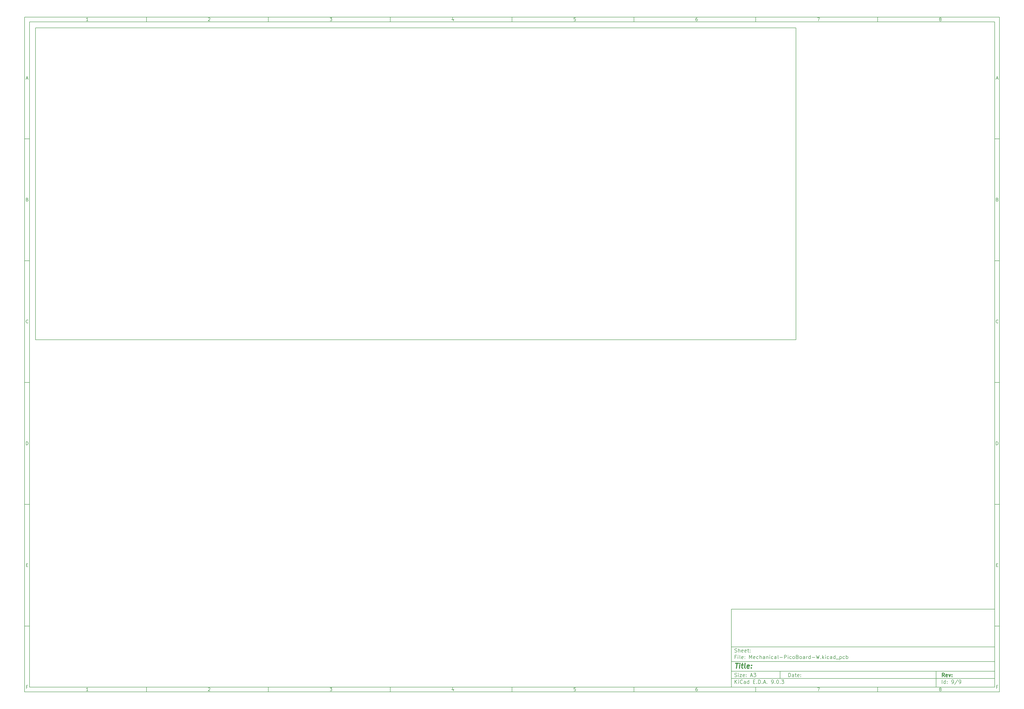
<source format=gm1>
%TF.GenerationSoftware,KiCad,Pcbnew,9.0.3*%
%TF.CreationDate,2025-07-17T14:52:48+05:30*%
%TF.ProjectId,Mechanical-PicoBoard-W,4d656368-616e-4696-9361-6c2d5069636f,rev?*%
%TF.SameCoordinates,Original*%
%TF.FileFunction,Profile,NP*%
%FSLAX46Y46*%
G04 Gerber Fmt 4.6, Leading zero omitted, Abs format (unit mm)*
G04 Created by KiCad (PCBNEW 9.0.3) date 2025-07-17 14:52:48*
%MOMM*%
%LPD*%
G01*
G04 APERTURE LIST*
%ADD10C,0.100000*%
%ADD11C,0.150000*%
%ADD12C,0.300000*%
%ADD13C,0.400000*%
%TA.AperFunction,Profile*%
%ADD14C,0.200000*%
%TD*%
G04 APERTURE END LIST*
D10*
D11*
X299989000Y-253002200D02*
X407989000Y-253002200D01*
X407989000Y-285002200D01*
X299989000Y-285002200D01*
X299989000Y-253002200D01*
D10*
D11*
X10000000Y-10000000D02*
X409989000Y-10000000D01*
X409989000Y-287002200D01*
X10000000Y-287002200D01*
X10000000Y-10000000D01*
D10*
D11*
X12000000Y-12000000D02*
X407989000Y-12000000D01*
X407989000Y-285002200D01*
X12000000Y-285002200D01*
X12000000Y-12000000D01*
D10*
D11*
X60000000Y-12000000D02*
X60000000Y-10000000D01*
D10*
D11*
X110000000Y-12000000D02*
X110000000Y-10000000D01*
D10*
D11*
X160000000Y-12000000D02*
X160000000Y-10000000D01*
D10*
D11*
X210000000Y-12000000D02*
X210000000Y-10000000D01*
D10*
D11*
X260000000Y-12000000D02*
X260000000Y-10000000D01*
D10*
D11*
X310000000Y-12000000D02*
X310000000Y-10000000D01*
D10*
D11*
X360000000Y-12000000D02*
X360000000Y-10000000D01*
D10*
D11*
X36089160Y-11593604D02*
X35346303Y-11593604D01*
X35717731Y-11593604D02*
X35717731Y-10293604D01*
X35717731Y-10293604D02*
X35593922Y-10479319D01*
X35593922Y-10479319D02*
X35470112Y-10603128D01*
X35470112Y-10603128D02*
X35346303Y-10665033D01*
D10*
D11*
X85346303Y-10417414D02*
X85408207Y-10355509D01*
X85408207Y-10355509D02*
X85532017Y-10293604D01*
X85532017Y-10293604D02*
X85841541Y-10293604D01*
X85841541Y-10293604D02*
X85965350Y-10355509D01*
X85965350Y-10355509D02*
X86027255Y-10417414D01*
X86027255Y-10417414D02*
X86089160Y-10541223D01*
X86089160Y-10541223D02*
X86089160Y-10665033D01*
X86089160Y-10665033D02*
X86027255Y-10850747D01*
X86027255Y-10850747D02*
X85284398Y-11593604D01*
X85284398Y-11593604D02*
X86089160Y-11593604D01*
D10*
D11*
X135284398Y-10293604D02*
X136089160Y-10293604D01*
X136089160Y-10293604D02*
X135655826Y-10788842D01*
X135655826Y-10788842D02*
X135841541Y-10788842D01*
X135841541Y-10788842D02*
X135965350Y-10850747D01*
X135965350Y-10850747D02*
X136027255Y-10912652D01*
X136027255Y-10912652D02*
X136089160Y-11036461D01*
X136089160Y-11036461D02*
X136089160Y-11345985D01*
X136089160Y-11345985D02*
X136027255Y-11469795D01*
X136027255Y-11469795D02*
X135965350Y-11531700D01*
X135965350Y-11531700D02*
X135841541Y-11593604D01*
X135841541Y-11593604D02*
X135470112Y-11593604D01*
X135470112Y-11593604D02*
X135346303Y-11531700D01*
X135346303Y-11531700D02*
X135284398Y-11469795D01*
D10*
D11*
X185965350Y-10726938D02*
X185965350Y-11593604D01*
X185655826Y-10231700D02*
X185346303Y-11160271D01*
X185346303Y-11160271D02*
X186151064Y-11160271D01*
D10*
D11*
X236027255Y-10293604D02*
X235408207Y-10293604D01*
X235408207Y-10293604D02*
X235346303Y-10912652D01*
X235346303Y-10912652D02*
X235408207Y-10850747D01*
X235408207Y-10850747D02*
X235532017Y-10788842D01*
X235532017Y-10788842D02*
X235841541Y-10788842D01*
X235841541Y-10788842D02*
X235965350Y-10850747D01*
X235965350Y-10850747D02*
X236027255Y-10912652D01*
X236027255Y-10912652D02*
X236089160Y-11036461D01*
X236089160Y-11036461D02*
X236089160Y-11345985D01*
X236089160Y-11345985D02*
X236027255Y-11469795D01*
X236027255Y-11469795D02*
X235965350Y-11531700D01*
X235965350Y-11531700D02*
X235841541Y-11593604D01*
X235841541Y-11593604D02*
X235532017Y-11593604D01*
X235532017Y-11593604D02*
X235408207Y-11531700D01*
X235408207Y-11531700D02*
X235346303Y-11469795D01*
D10*
D11*
X285965350Y-10293604D02*
X285717731Y-10293604D01*
X285717731Y-10293604D02*
X285593922Y-10355509D01*
X285593922Y-10355509D02*
X285532017Y-10417414D01*
X285532017Y-10417414D02*
X285408207Y-10603128D01*
X285408207Y-10603128D02*
X285346303Y-10850747D01*
X285346303Y-10850747D02*
X285346303Y-11345985D01*
X285346303Y-11345985D02*
X285408207Y-11469795D01*
X285408207Y-11469795D02*
X285470112Y-11531700D01*
X285470112Y-11531700D02*
X285593922Y-11593604D01*
X285593922Y-11593604D02*
X285841541Y-11593604D01*
X285841541Y-11593604D02*
X285965350Y-11531700D01*
X285965350Y-11531700D02*
X286027255Y-11469795D01*
X286027255Y-11469795D02*
X286089160Y-11345985D01*
X286089160Y-11345985D02*
X286089160Y-11036461D01*
X286089160Y-11036461D02*
X286027255Y-10912652D01*
X286027255Y-10912652D02*
X285965350Y-10850747D01*
X285965350Y-10850747D02*
X285841541Y-10788842D01*
X285841541Y-10788842D02*
X285593922Y-10788842D01*
X285593922Y-10788842D02*
X285470112Y-10850747D01*
X285470112Y-10850747D02*
X285408207Y-10912652D01*
X285408207Y-10912652D02*
X285346303Y-11036461D01*
D10*
D11*
X335284398Y-10293604D02*
X336151064Y-10293604D01*
X336151064Y-10293604D02*
X335593922Y-11593604D01*
D10*
D11*
X385593922Y-10850747D02*
X385470112Y-10788842D01*
X385470112Y-10788842D02*
X385408207Y-10726938D01*
X385408207Y-10726938D02*
X385346303Y-10603128D01*
X385346303Y-10603128D02*
X385346303Y-10541223D01*
X385346303Y-10541223D02*
X385408207Y-10417414D01*
X385408207Y-10417414D02*
X385470112Y-10355509D01*
X385470112Y-10355509D02*
X385593922Y-10293604D01*
X385593922Y-10293604D02*
X385841541Y-10293604D01*
X385841541Y-10293604D02*
X385965350Y-10355509D01*
X385965350Y-10355509D02*
X386027255Y-10417414D01*
X386027255Y-10417414D02*
X386089160Y-10541223D01*
X386089160Y-10541223D02*
X386089160Y-10603128D01*
X386089160Y-10603128D02*
X386027255Y-10726938D01*
X386027255Y-10726938D02*
X385965350Y-10788842D01*
X385965350Y-10788842D02*
X385841541Y-10850747D01*
X385841541Y-10850747D02*
X385593922Y-10850747D01*
X385593922Y-10850747D02*
X385470112Y-10912652D01*
X385470112Y-10912652D02*
X385408207Y-10974557D01*
X385408207Y-10974557D02*
X385346303Y-11098366D01*
X385346303Y-11098366D02*
X385346303Y-11345985D01*
X385346303Y-11345985D02*
X385408207Y-11469795D01*
X385408207Y-11469795D02*
X385470112Y-11531700D01*
X385470112Y-11531700D02*
X385593922Y-11593604D01*
X385593922Y-11593604D02*
X385841541Y-11593604D01*
X385841541Y-11593604D02*
X385965350Y-11531700D01*
X385965350Y-11531700D02*
X386027255Y-11469795D01*
X386027255Y-11469795D02*
X386089160Y-11345985D01*
X386089160Y-11345985D02*
X386089160Y-11098366D01*
X386089160Y-11098366D02*
X386027255Y-10974557D01*
X386027255Y-10974557D02*
X385965350Y-10912652D01*
X385965350Y-10912652D02*
X385841541Y-10850747D01*
D10*
D11*
X60000000Y-285002200D02*
X60000000Y-287002200D01*
D10*
D11*
X110000000Y-285002200D02*
X110000000Y-287002200D01*
D10*
D11*
X160000000Y-285002200D02*
X160000000Y-287002200D01*
D10*
D11*
X210000000Y-285002200D02*
X210000000Y-287002200D01*
D10*
D11*
X260000000Y-285002200D02*
X260000000Y-287002200D01*
D10*
D11*
X310000000Y-285002200D02*
X310000000Y-287002200D01*
D10*
D11*
X360000000Y-285002200D02*
X360000000Y-287002200D01*
D10*
D11*
X36089160Y-286595804D02*
X35346303Y-286595804D01*
X35717731Y-286595804D02*
X35717731Y-285295804D01*
X35717731Y-285295804D02*
X35593922Y-285481519D01*
X35593922Y-285481519D02*
X35470112Y-285605328D01*
X35470112Y-285605328D02*
X35346303Y-285667233D01*
D10*
D11*
X85346303Y-285419614D02*
X85408207Y-285357709D01*
X85408207Y-285357709D02*
X85532017Y-285295804D01*
X85532017Y-285295804D02*
X85841541Y-285295804D01*
X85841541Y-285295804D02*
X85965350Y-285357709D01*
X85965350Y-285357709D02*
X86027255Y-285419614D01*
X86027255Y-285419614D02*
X86089160Y-285543423D01*
X86089160Y-285543423D02*
X86089160Y-285667233D01*
X86089160Y-285667233D02*
X86027255Y-285852947D01*
X86027255Y-285852947D02*
X85284398Y-286595804D01*
X85284398Y-286595804D02*
X86089160Y-286595804D01*
D10*
D11*
X135284398Y-285295804D02*
X136089160Y-285295804D01*
X136089160Y-285295804D02*
X135655826Y-285791042D01*
X135655826Y-285791042D02*
X135841541Y-285791042D01*
X135841541Y-285791042D02*
X135965350Y-285852947D01*
X135965350Y-285852947D02*
X136027255Y-285914852D01*
X136027255Y-285914852D02*
X136089160Y-286038661D01*
X136089160Y-286038661D02*
X136089160Y-286348185D01*
X136089160Y-286348185D02*
X136027255Y-286471995D01*
X136027255Y-286471995D02*
X135965350Y-286533900D01*
X135965350Y-286533900D02*
X135841541Y-286595804D01*
X135841541Y-286595804D02*
X135470112Y-286595804D01*
X135470112Y-286595804D02*
X135346303Y-286533900D01*
X135346303Y-286533900D02*
X135284398Y-286471995D01*
D10*
D11*
X185965350Y-285729138D02*
X185965350Y-286595804D01*
X185655826Y-285233900D02*
X185346303Y-286162471D01*
X185346303Y-286162471D02*
X186151064Y-286162471D01*
D10*
D11*
X236027255Y-285295804D02*
X235408207Y-285295804D01*
X235408207Y-285295804D02*
X235346303Y-285914852D01*
X235346303Y-285914852D02*
X235408207Y-285852947D01*
X235408207Y-285852947D02*
X235532017Y-285791042D01*
X235532017Y-285791042D02*
X235841541Y-285791042D01*
X235841541Y-285791042D02*
X235965350Y-285852947D01*
X235965350Y-285852947D02*
X236027255Y-285914852D01*
X236027255Y-285914852D02*
X236089160Y-286038661D01*
X236089160Y-286038661D02*
X236089160Y-286348185D01*
X236089160Y-286348185D02*
X236027255Y-286471995D01*
X236027255Y-286471995D02*
X235965350Y-286533900D01*
X235965350Y-286533900D02*
X235841541Y-286595804D01*
X235841541Y-286595804D02*
X235532017Y-286595804D01*
X235532017Y-286595804D02*
X235408207Y-286533900D01*
X235408207Y-286533900D02*
X235346303Y-286471995D01*
D10*
D11*
X285965350Y-285295804D02*
X285717731Y-285295804D01*
X285717731Y-285295804D02*
X285593922Y-285357709D01*
X285593922Y-285357709D02*
X285532017Y-285419614D01*
X285532017Y-285419614D02*
X285408207Y-285605328D01*
X285408207Y-285605328D02*
X285346303Y-285852947D01*
X285346303Y-285852947D02*
X285346303Y-286348185D01*
X285346303Y-286348185D02*
X285408207Y-286471995D01*
X285408207Y-286471995D02*
X285470112Y-286533900D01*
X285470112Y-286533900D02*
X285593922Y-286595804D01*
X285593922Y-286595804D02*
X285841541Y-286595804D01*
X285841541Y-286595804D02*
X285965350Y-286533900D01*
X285965350Y-286533900D02*
X286027255Y-286471995D01*
X286027255Y-286471995D02*
X286089160Y-286348185D01*
X286089160Y-286348185D02*
X286089160Y-286038661D01*
X286089160Y-286038661D02*
X286027255Y-285914852D01*
X286027255Y-285914852D02*
X285965350Y-285852947D01*
X285965350Y-285852947D02*
X285841541Y-285791042D01*
X285841541Y-285791042D02*
X285593922Y-285791042D01*
X285593922Y-285791042D02*
X285470112Y-285852947D01*
X285470112Y-285852947D02*
X285408207Y-285914852D01*
X285408207Y-285914852D02*
X285346303Y-286038661D01*
D10*
D11*
X335284398Y-285295804D02*
X336151064Y-285295804D01*
X336151064Y-285295804D02*
X335593922Y-286595804D01*
D10*
D11*
X385593922Y-285852947D02*
X385470112Y-285791042D01*
X385470112Y-285791042D02*
X385408207Y-285729138D01*
X385408207Y-285729138D02*
X385346303Y-285605328D01*
X385346303Y-285605328D02*
X385346303Y-285543423D01*
X385346303Y-285543423D02*
X385408207Y-285419614D01*
X385408207Y-285419614D02*
X385470112Y-285357709D01*
X385470112Y-285357709D02*
X385593922Y-285295804D01*
X385593922Y-285295804D02*
X385841541Y-285295804D01*
X385841541Y-285295804D02*
X385965350Y-285357709D01*
X385965350Y-285357709D02*
X386027255Y-285419614D01*
X386027255Y-285419614D02*
X386089160Y-285543423D01*
X386089160Y-285543423D02*
X386089160Y-285605328D01*
X386089160Y-285605328D02*
X386027255Y-285729138D01*
X386027255Y-285729138D02*
X385965350Y-285791042D01*
X385965350Y-285791042D02*
X385841541Y-285852947D01*
X385841541Y-285852947D02*
X385593922Y-285852947D01*
X385593922Y-285852947D02*
X385470112Y-285914852D01*
X385470112Y-285914852D02*
X385408207Y-285976757D01*
X385408207Y-285976757D02*
X385346303Y-286100566D01*
X385346303Y-286100566D02*
X385346303Y-286348185D01*
X385346303Y-286348185D02*
X385408207Y-286471995D01*
X385408207Y-286471995D02*
X385470112Y-286533900D01*
X385470112Y-286533900D02*
X385593922Y-286595804D01*
X385593922Y-286595804D02*
X385841541Y-286595804D01*
X385841541Y-286595804D02*
X385965350Y-286533900D01*
X385965350Y-286533900D02*
X386027255Y-286471995D01*
X386027255Y-286471995D02*
X386089160Y-286348185D01*
X386089160Y-286348185D02*
X386089160Y-286100566D01*
X386089160Y-286100566D02*
X386027255Y-285976757D01*
X386027255Y-285976757D02*
X385965350Y-285914852D01*
X385965350Y-285914852D02*
X385841541Y-285852947D01*
D10*
D11*
X10000000Y-60000000D02*
X12000000Y-60000000D01*
D10*
D11*
X10000000Y-110000000D02*
X12000000Y-110000000D01*
D10*
D11*
X10000000Y-160000000D02*
X12000000Y-160000000D01*
D10*
D11*
X10000000Y-210000000D02*
X12000000Y-210000000D01*
D10*
D11*
X10000000Y-260000000D02*
X12000000Y-260000000D01*
D10*
D11*
X10690476Y-35222176D02*
X11309523Y-35222176D01*
X10566666Y-35593604D02*
X10999999Y-34293604D01*
X10999999Y-34293604D02*
X11433333Y-35593604D01*
D10*
D11*
X11092857Y-84912652D02*
X11278571Y-84974557D01*
X11278571Y-84974557D02*
X11340476Y-85036461D01*
X11340476Y-85036461D02*
X11402380Y-85160271D01*
X11402380Y-85160271D02*
X11402380Y-85345985D01*
X11402380Y-85345985D02*
X11340476Y-85469795D01*
X11340476Y-85469795D02*
X11278571Y-85531700D01*
X11278571Y-85531700D02*
X11154761Y-85593604D01*
X11154761Y-85593604D02*
X10659523Y-85593604D01*
X10659523Y-85593604D02*
X10659523Y-84293604D01*
X10659523Y-84293604D02*
X11092857Y-84293604D01*
X11092857Y-84293604D02*
X11216666Y-84355509D01*
X11216666Y-84355509D02*
X11278571Y-84417414D01*
X11278571Y-84417414D02*
X11340476Y-84541223D01*
X11340476Y-84541223D02*
X11340476Y-84665033D01*
X11340476Y-84665033D02*
X11278571Y-84788842D01*
X11278571Y-84788842D02*
X11216666Y-84850747D01*
X11216666Y-84850747D02*
X11092857Y-84912652D01*
X11092857Y-84912652D02*
X10659523Y-84912652D01*
D10*
D11*
X11402380Y-135469795D02*
X11340476Y-135531700D01*
X11340476Y-135531700D02*
X11154761Y-135593604D01*
X11154761Y-135593604D02*
X11030952Y-135593604D01*
X11030952Y-135593604D02*
X10845238Y-135531700D01*
X10845238Y-135531700D02*
X10721428Y-135407890D01*
X10721428Y-135407890D02*
X10659523Y-135284080D01*
X10659523Y-135284080D02*
X10597619Y-135036461D01*
X10597619Y-135036461D02*
X10597619Y-134850747D01*
X10597619Y-134850747D02*
X10659523Y-134603128D01*
X10659523Y-134603128D02*
X10721428Y-134479319D01*
X10721428Y-134479319D02*
X10845238Y-134355509D01*
X10845238Y-134355509D02*
X11030952Y-134293604D01*
X11030952Y-134293604D02*
X11154761Y-134293604D01*
X11154761Y-134293604D02*
X11340476Y-134355509D01*
X11340476Y-134355509D02*
X11402380Y-134417414D01*
D10*
D11*
X10659523Y-185593604D02*
X10659523Y-184293604D01*
X10659523Y-184293604D02*
X10969047Y-184293604D01*
X10969047Y-184293604D02*
X11154761Y-184355509D01*
X11154761Y-184355509D02*
X11278571Y-184479319D01*
X11278571Y-184479319D02*
X11340476Y-184603128D01*
X11340476Y-184603128D02*
X11402380Y-184850747D01*
X11402380Y-184850747D02*
X11402380Y-185036461D01*
X11402380Y-185036461D02*
X11340476Y-185284080D01*
X11340476Y-185284080D02*
X11278571Y-185407890D01*
X11278571Y-185407890D02*
X11154761Y-185531700D01*
X11154761Y-185531700D02*
X10969047Y-185593604D01*
X10969047Y-185593604D02*
X10659523Y-185593604D01*
D10*
D11*
X10721428Y-234912652D02*
X11154762Y-234912652D01*
X11340476Y-235593604D02*
X10721428Y-235593604D01*
X10721428Y-235593604D02*
X10721428Y-234293604D01*
X10721428Y-234293604D02*
X11340476Y-234293604D01*
D10*
D11*
X11185714Y-284912652D02*
X10752380Y-284912652D01*
X10752380Y-285593604D02*
X10752380Y-284293604D01*
X10752380Y-284293604D02*
X11371428Y-284293604D01*
D10*
D11*
X409989000Y-60000000D02*
X407989000Y-60000000D01*
D10*
D11*
X409989000Y-110000000D02*
X407989000Y-110000000D01*
D10*
D11*
X409989000Y-160000000D02*
X407989000Y-160000000D01*
D10*
D11*
X409989000Y-210000000D02*
X407989000Y-210000000D01*
D10*
D11*
X409989000Y-260000000D02*
X407989000Y-260000000D01*
D10*
D11*
X408679476Y-35222176D02*
X409298523Y-35222176D01*
X408555666Y-35593604D02*
X408988999Y-34293604D01*
X408988999Y-34293604D02*
X409422333Y-35593604D01*
D10*
D11*
X409081857Y-84912652D02*
X409267571Y-84974557D01*
X409267571Y-84974557D02*
X409329476Y-85036461D01*
X409329476Y-85036461D02*
X409391380Y-85160271D01*
X409391380Y-85160271D02*
X409391380Y-85345985D01*
X409391380Y-85345985D02*
X409329476Y-85469795D01*
X409329476Y-85469795D02*
X409267571Y-85531700D01*
X409267571Y-85531700D02*
X409143761Y-85593604D01*
X409143761Y-85593604D02*
X408648523Y-85593604D01*
X408648523Y-85593604D02*
X408648523Y-84293604D01*
X408648523Y-84293604D02*
X409081857Y-84293604D01*
X409081857Y-84293604D02*
X409205666Y-84355509D01*
X409205666Y-84355509D02*
X409267571Y-84417414D01*
X409267571Y-84417414D02*
X409329476Y-84541223D01*
X409329476Y-84541223D02*
X409329476Y-84665033D01*
X409329476Y-84665033D02*
X409267571Y-84788842D01*
X409267571Y-84788842D02*
X409205666Y-84850747D01*
X409205666Y-84850747D02*
X409081857Y-84912652D01*
X409081857Y-84912652D02*
X408648523Y-84912652D01*
D10*
D11*
X409391380Y-135469795D02*
X409329476Y-135531700D01*
X409329476Y-135531700D02*
X409143761Y-135593604D01*
X409143761Y-135593604D02*
X409019952Y-135593604D01*
X409019952Y-135593604D02*
X408834238Y-135531700D01*
X408834238Y-135531700D02*
X408710428Y-135407890D01*
X408710428Y-135407890D02*
X408648523Y-135284080D01*
X408648523Y-135284080D02*
X408586619Y-135036461D01*
X408586619Y-135036461D02*
X408586619Y-134850747D01*
X408586619Y-134850747D02*
X408648523Y-134603128D01*
X408648523Y-134603128D02*
X408710428Y-134479319D01*
X408710428Y-134479319D02*
X408834238Y-134355509D01*
X408834238Y-134355509D02*
X409019952Y-134293604D01*
X409019952Y-134293604D02*
X409143761Y-134293604D01*
X409143761Y-134293604D02*
X409329476Y-134355509D01*
X409329476Y-134355509D02*
X409391380Y-134417414D01*
D10*
D11*
X408648523Y-185593604D02*
X408648523Y-184293604D01*
X408648523Y-184293604D02*
X408958047Y-184293604D01*
X408958047Y-184293604D02*
X409143761Y-184355509D01*
X409143761Y-184355509D02*
X409267571Y-184479319D01*
X409267571Y-184479319D02*
X409329476Y-184603128D01*
X409329476Y-184603128D02*
X409391380Y-184850747D01*
X409391380Y-184850747D02*
X409391380Y-185036461D01*
X409391380Y-185036461D02*
X409329476Y-185284080D01*
X409329476Y-185284080D02*
X409267571Y-185407890D01*
X409267571Y-185407890D02*
X409143761Y-185531700D01*
X409143761Y-185531700D02*
X408958047Y-185593604D01*
X408958047Y-185593604D02*
X408648523Y-185593604D01*
D10*
D11*
X408710428Y-234912652D02*
X409143762Y-234912652D01*
X409329476Y-235593604D02*
X408710428Y-235593604D01*
X408710428Y-235593604D02*
X408710428Y-234293604D01*
X408710428Y-234293604D02*
X409329476Y-234293604D01*
D10*
D11*
X409174714Y-284912652D02*
X408741380Y-284912652D01*
X408741380Y-285593604D02*
X408741380Y-284293604D01*
X408741380Y-284293604D02*
X409360428Y-284293604D01*
D10*
D11*
X323444826Y-280788328D02*
X323444826Y-279288328D01*
X323444826Y-279288328D02*
X323801969Y-279288328D01*
X323801969Y-279288328D02*
X324016255Y-279359757D01*
X324016255Y-279359757D02*
X324159112Y-279502614D01*
X324159112Y-279502614D02*
X324230541Y-279645471D01*
X324230541Y-279645471D02*
X324301969Y-279931185D01*
X324301969Y-279931185D02*
X324301969Y-280145471D01*
X324301969Y-280145471D02*
X324230541Y-280431185D01*
X324230541Y-280431185D02*
X324159112Y-280574042D01*
X324159112Y-280574042D02*
X324016255Y-280716900D01*
X324016255Y-280716900D02*
X323801969Y-280788328D01*
X323801969Y-280788328D02*
X323444826Y-280788328D01*
X325587684Y-280788328D02*
X325587684Y-280002614D01*
X325587684Y-280002614D02*
X325516255Y-279859757D01*
X325516255Y-279859757D02*
X325373398Y-279788328D01*
X325373398Y-279788328D02*
X325087684Y-279788328D01*
X325087684Y-279788328D02*
X324944826Y-279859757D01*
X325587684Y-280716900D02*
X325444826Y-280788328D01*
X325444826Y-280788328D02*
X325087684Y-280788328D01*
X325087684Y-280788328D02*
X324944826Y-280716900D01*
X324944826Y-280716900D02*
X324873398Y-280574042D01*
X324873398Y-280574042D02*
X324873398Y-280431185D01*
X324873398Y-280431185D02*
X324944826Y-280288328D01*
X324944826Y-280288328D02*
X325087684Y-280216900D01*
X325087684Y-280216900D02*
X325444826Y-280216900D01*
X325444826Y-280216900D02*
X325587684Y-280145471D01*
X326087684Y-279788328D02*
X326659112Y-279788328D01*
X326301969Y-279288328D02*
X326301969Y-280574042D01*
X326301969Y-280574042D02*
X326373398Y-280716900D01*
X326373398Y-280716900D02*
X326516255Y-280788328D01*
X326516255Y-280788328D02*
X326659112Y-280788328D01*
X327730541Y-280716900D02*
X327587684Y-280788328D01*
X327587684Y-280788328D02*
X327301970Y-280788328D01*
X327301970Y-280788328D02*
X327159112Y-280716900D01*
X327159112Y-280716900D02*
X327087684Y-280574042D01*
X327087684Y-280574042D02*
X327087684Y-280002614D01*
X327087684Y-280002614D02*
X327159112Y-279859757D01*
X327159112Y-279859757D02*
X327301970Y-279788328D01*
X327301970Y-279788328D02*
X327587684Y-279788328D01*
X327587684Y-279788328D02*
X327730541Y-279859757D01*
X327730541Y-279859757D02*
X327801970Y-280002614D01*
X327801970Y-280002614D02*
X327801970Y-280145471D01*
X327801970Y-280145471D02*
X327087684Y-280288328D01*
X328444826Y-280645471D02*
X328516255Y-280716900D01*
X328516255Y-280716900D02*
X328444826Y-280788328D01*
X328444826Y-280788328D02*
X328373398Y-280716900D01*
X328373398Y-280716900D02*
X328444826Y-280645471D01*
X328444826Y-280645471D02*
X328444826Y-280788328D01*
X328444826Y-279859757D02*
X328516255Y-279931185D01*
X328516255Y-279931185D02*
X328444826Y-280002614D01*
X328444826Y-280002614D02*
X328373398Y-279931185D01*
X328373398Y-279931185D02*
X328444826Y-279859757D01*
X328444826Y-279859757D02*
X328444826Y-280002614D01*
D10*
D11*
X299989000Y-281502200D02*
X407989000Y-281502200D01*
D10*
D11*
X301444826Y-283588328D02*
X301444826Y-282088328D01*
X302301969Y-283588328D02*
X301659112Y-282731185D01*
X302301969Y-282088328D02*
X301444826Y-282945471D01*
X302944826Y-283588328D02*
X302944826Y-282588328D01*
X302944826Y-282088328D02*
X302873398Y-282159757D01*
X302873398Y-282159757D02*
X302944826Y-282231185D01*
X302944826Y-282231185D02*
X303016255Y-282159757D01*
X303016255Y-282159757D02*
X302944826Y-282088328D01*
X302944826Y-282088328D02*
X302944826Y-282231185D01*
X304516255Y-283445471D02*
X304444827Y-283516900D01*
X304444827Y-283516900D02*
X304230541Y-283588328D01*
X304230541Y-283588328D02*
X304087684Y-283588328D01*
X304087684Y-283588328D02*
X303873398Y-283516900D01*
X303873398Y-283516900D02*
X303730541Y-283374042D01*
X303730541Y-283374042D02*
X303659112Y-283231185D01*
X303659112Y-283231185D02*
X303587684Y-282945471D01*
X303587684Y-282945471D02*
X303587684Y-282731185D01*
X303587684Y-282731185D02*
X303659112Y-282445471D01*
X303659112Y-282445471D02*
X303730541Y-282302614D01*
X303730541Y-282302614D02*
X303873398Y-282159757D01*
X303873398Y-282159757D02*
X304087684Y-282088328D01*
X304087684Y-282088328D02*
X304230541Y-282088328D01*
X304230541Y-282088328D02*
X304444827Y-282159757D01*
X304444827Y-282159757D02*
X304516255Y-282231185D01*
X305801970Y-283588328D02*
X305801970Y-282802614D01*
X305801970Y-282802614D02*
X305730541Y-282659757D01*
X305730541Y-282659757D02*
X305587684Y-282588328D01*
X305587684Y-282588328D02*
X305301970Y-282588328D01*
X305301970Y-282588328D02*
X305159112Y-282659757D01*
X305801970Y-283516900D02*
X305659112Y-283588328D01*
X305659112Y-283588328D02*
X305301970Y-283588328D01*
X305301970Y-283588328D02*
X305159112Y-283516900D01*
X305159112Y-283516900D02*
X305087684Y-283374042D01*
X305087684Y-283374042D02*
X305087684Y-283231185D01*
X305087684Y-283231185D02*
X305159112Y-283088328D01*
X305159112Y-283088328D02*
X305301970Y-283016900D01*
X305301970Y-283016900D02*
X305659112Y-283016900D01*
X305659112Y-283016900D02*
X305801970Y-282945471D01*
X307159113Y-283588328D02*
X307159113Y-282088328D01*
X307159113Y-283516900D02*
X307016255Y-283588328D01*
X307016255Y-283588328D02*
X306730541Y-283588328D01*
X306730541Y-283588328D02*
X306587684Y-283516900D01*
X306587684Y-283516900D02*
X306516255Y-283445471D01*
X306516255Y-283445471D02*
X306444827Y-283302614D01*
X306444827Y-283302614D02*
X306444827Y-282874042D01*
X306444827Y-282874042D02*
X306516255Y-282731185D01*
X306516255Y-282731185D02*
X306587684Y-282659757D01*
X306587684Y-282659757D02*
X306730541Y-282588328D01*
X306730541Y-282588328D02*
X307016255Y-282588328D01*
X307016255Y-282588328D02*
X307159113Y-282659757D01*
X309016255Y-282802614D02*
X309516255Y-282802614D01*
X309730541Y-283588328D02*
X309016255Y-283588328D01*
X309016255Y-283588328D02*
X309016255Y-282088328D01*
X309016255Y-282088328D02*
X309730541Y-282088328D01*
X310373398Y-283445471D02*
X310444827Y-283516900D01*
X310444827Y-283516900D02*
X310373398Y-283588328D01*
X310373398Y-283588328D02*
X310301970Y-283516900D01*
X310301970Y-283516900D02*
X310373398Y-283445471D01*
X310373398Y-283445471D02*
X310373398Y-283588328D01*
X311087684Y-283588328D02*
X311087684Y-282088328D01*
X311087684Y-282088328D02*
X311444827Y-282088328D01*
X311444827Y-282088328D02*
X311659113Y-282159757D01*
X311659113Y-282159757D02*
X311801970Y-282302614D01*
X311801970Y-282302614D02*
X311873399Y-282445471D01*
X311873399Y-282445471D02*
X311944827Y-282731185D01*
X311944827Y-282731185D02*
X311944827Y-282945471D01*
X311944827Y-282945471D02*
X311873399Y-283231185D01*
X311873399Y-283231185D02*
X311801970Y-283374042D01*
X311801970Y-283374042D02*
X311659113Y-283516900D01*
X311659113Y-283516900D02*
X311444827Y-283588328D01*
X311444827Y-283588328D02*
X311087684Y-283588328D01*
X312587684Y-283445471D02*
X312659113Y-283516900D01*
X312659113Y-283516900D02*
X312587684Y-283588328D01*
X312587684Y-283588328D02*
X312516256Y-283516900D01*
X312516256Y-283516900D02*
X312587684Y-283445471D01*
X312587684Y-283445471D02*
X312587684Y-283588328D01*
X313230542Y-283159757D02*
X313944828Y-283159757D01*
X313087685Y-283588328D02*
X313587685Y-282088328D01*
X313587685Y-282088328D02*
X314087685Y-283588328D01*
X314587684Y-283445471D02*
X314659113Y-283516900D01*
X314659113Y-283516900D02*
X314587684Y-283588328D01*
X314587684Y-283588328D02*
X314516256Y-283516900D01*
X314516256Y-283516900D02*
X314587684Y-283445471D01*
X314587684Y-283445471D02*
X314587684Y-283588328D01*
X316516256Y-283588328D02*
X316801970Y-283588328D01*
X316801970Y-283588328D02*
X316944827Y-283516900D01*
X316944827Y-283516900D02*
X317016256Y-283445471D01*
X317016256Y-283445471D02*
X317159113Y-283231185D01*
X317159113Y-283231185D02*
X317230542Y-282945471D01*
X317230542Y-282945471D02*
X317230542Y-282374042D01*
X317230542Y-282374042D02*
X317159113Y-282231185D01*
X317159113Y-282231185D02*
X317087685Y-282159757D01*
X317087685Y-282159757D02*
X316944827Y-282088328D01*
X316944827Y-282088328D02*
X316659113Y-282088328D01*
X316659113Y-282088328D02*
X316516256Y-282159757D01*
X316516256Y-282159757D02*
X316444827Y-282231185D01*
X316444827Y-282231185D02*
X316373399Y-282374042D01*
X316373399Y-282374042D02*
X316373399Y-282731185D01*
X316373399Y-282731185D02*
X316444827Y-282874042D01*
X316444827Y-282874042D02*
X316516256Y-282945471D01*
X316516256Y-282945471D02*
X316659113Y-283016900D01*
X316659113Y-283016900D02*
X316944827Y-283016900D01*
X316944827Y-283016900D02*
X317087685Y-282945471D01*
X317087685Y-282945471D02*
X317159113Y-282874042D01*
X317159113Y-282874042D02*
X317230542Y-282731185D01*
X317873398Y-283445471D02*
X317944827Y-283516900D01*
X317944827Y-283516900D02*
X317873398Y-283588328D01*
X317873398Y-283588328D02*
X317801970Y-283516900D01*
X317801970Y-283516900D02*
X317873398Y-283445471D01*
X317873398Y-283445471D02*
X317873398Y-283588328D01*
X318873399Y-282088328D02*
X319016256Y-282088328D01*
X319016256Y-282088328D02*
X319159113Y-282159757D01*
X319159113Y-282159757D02*
X319230542Y-282231185D01*
X319230542Y-282231185D02*
X319301970Y-282374042D01*
X319301970Y-282374042D02*
X319373399Y-282659757D01*
X319373399Y-282659757D02*
X319373399Y-283016900D01*
X319373399Y-283016900D02*
X319301970Y-283302614D01*
X319301970Y-283302614D02*
X319230542Y-283445471D01*
X319230542Y-283445471D02*
X319159113Y-283516900D01*
X319159113Y-283516900D02*
X319016256Y-283588328D01*
X319016256Y-283588328D02*
X318873399Y-283588328D01*
X318873399Y-283588328D02*
X318730542Y-283516900D01*
X318730542Y-283516900D02*
X318659113Y-283445471D01*
X318659113Y-283445471D02*
X318587684Y-283302614D01*
X318587684Y-283302614D02*
X318516256Y-283016900D01*
X318516256Y-283016900D02*
X318516256Y-282659757D01*
X318516256Y-282659757D02*
X318587684Y-282374042D01*
X318587684Y-282374042D02*
X318659113Y-282231185D01*
X318659113Y-282231185D02*
X318730542Y-282159757D01*
X318730542Y-282159757D02*
X318873399Y-282088328D01*
X320016255Y-283445471D02*
X320087684Y-283516900D01*
X320087684Y-283516900D02*
X320016255Y-283588328D01*
X320016255Y-283588328D02*
X319944827Y-283516900D01*
X319944827Y-283516900D02*
X320016255Y-283445471D01*
X320016255Y-283445471D02*
X320016255Y-283588328D01*
X320587684Y-282088328D02*
X321516256Y-282088328D01*
X321516256Y-282088328D02*
X321016256Y-282659757D01*
X321016256Y-282659757D02*
X321230541Y-282659757D01*
X321230541Y-282659757D02*
X321373399Y-282731185D01*
X321373399Y-282731185D02*
X321444827Y-282802614D01*
X321444827Y-282802614D02*
X321516256Y-282945471D01*
X321516256Y-282945471D02*
X321516256Y-283302614D01*
X321516256Y-283302614D02*
X321444827Y-283445471D01*
X321444827Y-283445471D02*
X321373399Y-283516900D01*
X321373399Y-283516900D02*
X321230541Y-283588328D01*
X321230541Y-283588328D02*
X320801970Y-283588328D01*
X320801970Y-283588328D02*
X320659113Y-283516900D01*
X320659113Y-283516900D02*
X320587684Y-283445471D01*
D10*
D11*
X299989000Y-278502200D02*
X407989000Y-278502200D01*
D10*
D12*
X387400653Y-280780528D02*
X386900653Y-280066242D01*
X386543510Y-280780528D02*
X386543510Y-279280528D01*
X386543510Y-279280528D02*
X387114939Y-279280528D01*
X387114939Y-279280528D02*
X387257796Y-279351957D01*
X387257796Y-279351957D02*
X387329225Y-279423385D01*
X387329225Y-279423385D02*
X387400653Y-279566242D01*
X387400653Y-279566242D02*
X387400653Y-279780528D01*
X387400653Y-279780528D02*
X387329225Y-279923385D01*
X387329225Y-279923385D02*
X387257796Y-279994814D01*
X387257796Y-279994814D02*
X387114939Y-280066242D01*
X387114939Y-280066242D02*
X386543510Y-280066242D01*
X388614939Y-280709100D02*
X388472082Y-280780528D01*
X388472082Y-280780528D02*
X388186368Y-280780528D01*
X388186368Y-280780528D02*
X388043510Y-280709100D01*
X388043510Y-280709100D02*
X387972082Y-280566242D01*
X387972082Y-280566242D02*
X387972082Y-279994814D01*
X387972082Y-279994814D02*
X388043510Y-279851957D01*
X388043510Y-279851957D02*
X388186368Y-279780528D01*
X388186368Y-279780528D02*
X388472082Y-279780528D01*
X388472082Y-279780528D02*
X388614939Y-279851957D01*
X388614939Y-279851957D02*
X388686368Y-279994814D01*
X388686368Y-279994814D02*
X388686368Y-280137671D01*
X388686368Y-280137671D02*
X387972082Y-280280528D01*
X389186367Y-279780528D02*
X389543510Y-280780528D01*
X389543510Y-280780528D02*
X389900653Y-279780528D01*
X390472081Y-280637671D02*
X390543510Y-280709100D01*
X390543510Y-280709100D02*
X390472081Y-280780528D01*
X390472081Y-280780528D02*
X390400653Y-280709100D01*
X390400653Y-280709100D02*
X390472081Y-280637671D01*
X390472081Y-280637671D02*
X390472081Y-280780528D01*
X390472081Y-279851957D02*
X390543510Y-279923385D01*
X390543510Y-279923385D02*
X390472081Y-279994814D01*
X390472081Y-279994814D02*
X390400653Y-279923385D01*
X390400653Y-279923385D02*
X390472081Y-279851957D01*
X390472081Y-279851957D02*
X390472081Y-279994814D01*
D10*
D11*
X301373398Y-280716900D02*
X301587684Y-280788328D01*
X301587684Y-280788328D02*
X301944826Y-280788328D01*
X301944826Y-280788328D02*
X302087684Y-280716900D01*
X302087684Y-280716900D02*
X302159112Y-280645471D01*
X302159112Y-280645471D02*
X302230541Y-280502614D01*
X302230541Y-280502614D02*
X302230541Y-280359757D01*
X302230541Y-280359757D02*
X302159112Y-280216900D01*
X302159112Y-280216900D02*
X302087684Y-280145471D01*
X302087684Y-280145471D02*
X301944826Y-280074042D01*
X301944826Y-280074042D02*
X301659112Y-280002614D01*
X301659112Y-280002614D02*
X301516255Y-279931185D01*
X301516255Y-279931185D02*
X301444826Y-279859757D01*
X301444826Y-279859757D02*
X301373398Y-279716900D01*
X301373398Y-279716900D02*
X301373398Y-279574042D01*
X301373398Y-279574042D02*
X301444826Y-279431185D01*
X301444826Y-279431185D02*
X301516255Y-279359757D01*
X301516255Y-279359757D02*
X301659112Y-279288328D01*
X301659112Y-279288328D02*
X302016255Y-279288328D01*
X302016255Y-279288328D02*
X302230541Y-279359757D01*
X302873397Y-280788328D02*
X302873397Y-279788328D01*
X302873397Y-279288328D02*
X302801969Y-279359757D01*
X302801969Y-279359757D02*
X302873397Y-279431185D01*
X302873397Y-279431185D02*
X302944826Y-279359757D01*
X302944826Y-279359757D02*
X302873397Y-279288328D01*
X302873397Y-279288328D02*
X302873397Y-279431185D01*
X303444826Y-279788328D02*
X304230541Y-279788328D01*
X304230541Y-279788328D02*
X303444826Y-280788328D01*
X303444826Y-280788328D02*
X304230541Y-280788328D01*
X305373398Y-280716900D02*
X305230541Y-280788328D01*
X305230541Y-280788328D02*
X304944827Y-280788328D01*
X304944827Y-280788328D02*
X304801969Y-280716900D01*
X304801969Y-280716900D02*
X304730541Y-280574042D01*
X304730541Y-280574042D02*
X304730541Y-280002614D01*
X304730541Y-280002614D02*
X304801969Y-279859757D01*
X304801969Y-279859757D02*
X304944827Y-279788328D01*
X304944827Y-279788328D02*
X305230541Y-279788328D01*
X305230541Y-279788328D02*
X305373398Y-279859757D01*
X305373398Y-279859757D02*
X305444827Y-280002614D01*
X305444827Y-280002614D02*
X305444827Y-280145471D01*
X305444827Y-280145471D02*
X304730541Y-280288328D01*
X306087683Y-280645471D02*
X306159112Y-280716900D01*
X306159112Y-280716900D02*
X306087683Y-280788328D01*
X306087683Y-280788328D02*
X306016255Y-280716900D01*
X306016255Y-280716900D02*
X306087683Y-280645471D01*
X306087683Y-280645471D02*
X306087683Y-280788328D01*
X306087683Y-279859757D02*
X306159112Y-279931185D01*
X306159112Y-279931185D02*
X306087683Y-280002614D01*
X306087683Y-280002614D02*
X306016255Y-279931185D01*
X306016255Y-279931185D02*
X306087683Y-279859757D01*
X306087683Y-279859757D02*
X306087683Y-280002614D01*
X307873398Y-280359757D02*
X308587684Y-280359757D01*
X307730541Y-280788328D02*
X308230541Y-279288328D01*
X308230541Y-279288328D02*
X308730541Y-280788328D01*
X309087683Y-279288328D02*
X310016255Y-279288328D01*
X310016255Y-279288328D02*
X309516255Y-279859757D01*
X309516255Y-279859757D02*
X309730540Y-279859757D01*
X309730540Y-279859757D02*
X309873398Y-279931185D01*
X309873398Y-279931185D02*
X309944826Y-280002614D01*
X309944826Y-280002614D02*
X310016255Y-280145471D01*
X310016255Y-280145471D02*
X310016255Y-280502614D01*
X310016255Y-280502614D02*
X309944826Y-280645471D01*
X309944826Y-280645471D02*
X309873398Y-280716900D01*
X309873398Y-280716900D02*
X309730540Y-280788328D01*
X309730540Y-280788328D02*
X309301969Y-280788328D01*
X309301969Y-280788328D02*
X309159112Y-280716900D01*
X309159112Y-280716900D02*
X309087683Y-280645471D01*
D10*
D11*
X386444826Y-283588328D02*
X386444826Y-282088328D01*
X387801970Y-283588328D02*
X387801970Y-282088328D01*
X387801970Y-283516900D02*
X387659112Y-283588328D01*
X387659112Y-283588328D02*
X387373398Y-283588328D01*
X387373398Y-283588328D02*
X387230541Y-283516900D01*
X387230541Y-283516900D02*
X387159112Y-283445471D01*
X387159112Y-283445471D02*
X387087684Y-283302614D01*
X387087684Y-283302614D02*
X387087684Y-282874042D01*
X387087684Y-282874042D02*
X387159112Y-282731185D01*
X387159112Y-282731185D02*
X387230541Y-282659757D01*
X387230541Y-282659757D02*
X387373398Y-282588328D01*
X387373398Y-282588328D02*
X387659112Y-282588328D01*
X387659112Y-282588328D02*
X387801970Y-282659757D01*
X388516255Y-283445471D02*
X388587684Y-283516900D01*
X388587684Y-283516900D02*
X388516255Y-283588328D01*
X388516255Y-283588328D02*
X388444827Y-283516900D01*
X388444827Y-283516900D02*
X388516255Y-283445471D01*
X388516255Y-283445471D02*
X388516255Y-283588328D01*
X388516255Y-282659757D02*
X388587684Y-282731185D01*
X388587684Y-282731185D02*
X388516255Y-282802614D01*
X388516255Y-282802614D02*
X388444827Y-282731185D01*
X388444827Y-282731185D02*
X388516255Y-282659757D01*
X388516255Y-282659757D02*
X388516255Y-282802614D01*
X390444827Y-283588328D02*
X390730541Y-283588328D01*
X390730541Y-283588328D02*
X390873398Y-283516900D01*
X390873398Y-283516900D02*
X390944827Y-283445471D01*
X390944827Y-283445471D02*
X391087684Y-283231185D01*
X391087684Y-283231185D02*
X391159113Y-282945471D01*
X391159113Y-282945471D02*
X391159113Y-282374042D01*
X391159113Y-282374042D02*
X391087684Y-282231185D01*
X391087684Y-282231185D02*
X391016256Y-282159757D01*
X391016256Y-282159757D02*
X390873398Y-282088328D01*
X390873398Y-282088328D02*
X390587684Y-282088328D01*
X390587684Y-282088328D02*
X390444827Y-282159757D01*
X390444827Y-282159757D02*
X390373398Y-282231185D01*
X390373398Y-282231185D02*
X390301970Y-282374042D01*
X390301970Y-282374042D02*
X390301970Y-282731185D01*
X390301970Y-282731185D02*
X390373398Y-282874042D01*
X390373398Y-282874042D02*
X390444827Y-282945471D01*
X390444827Y-282945471D02*
X390587684Y-283016900D01*
X390587684Y-283016900D02*
X390873398Y-283016900D01*
X390873398Y-283016900D02*
X391016256Y-282945471D01*
X391016256Y-282945471D02*
X391087684Y-282874042D01*
X391087684Y-282874042D02*
X391159113Y-282731185D01*
X392873398Y-282016900D02*
X391587684Y-283945471D01*
X393444827Y-283588328D02*
X393730541Y-283588328D01*
X393730541Y-283588328D02*
X393873398Y-283516900D01*
X393873398Y-283516900D02*
X393944827Y-283445471D01*
X393944827Y-283445471D02*
X394087684Y-283231185D01*
X394087684Y-283231185D02*
X394159113Y-282945471D01*
X394159113Y-282945471D02*
X394159113Y-282374042D01*
X394159113Y-282374042D02*
X394087684Y-282231185D01*
X394087684Y-282231185D02*
X394016256Y-282159757D01*
X394016256Y-282159757D02*
X393873398Y-282088328D01*
X393873398Y-282088328D02*
X393587684Y-282088328D01*
X393587684Y-282088328D02*
X393444827Y-282159757D01*
X393444827Y-282159757D02*
X393373398Y-282231185D01*
X393373398Y-282231185D02*
X393301970Y-282374042D01*
X393301970Y-282374042D02*
X393301970Y-282731185D01*
X393301970Y-282731185D02*
X393373398Y-282874042D01*
X393373398Y-282874042D02*
X393444827Y-282945471D01*
X393444827Y-282945471D02*
X393587684Y-283016900D01*
X393587684Y-283016900D02*
X393873398Y-283016900D01*
X393873398Y-283016900D02*
X394016256Y-282945471D01*
X394016256Y-282945471D02*
X394087684Y-282874042D01*
X394087684Y-282874042D02*
X394159113Y-282731185D01*
D10*
D11*
X299989000Y-274502200D02*
X407989000Y-274502200D01*
D10*
D13*
X301680728Y-275206638D02*
X302823585Y-275206638D01*
X302002157Y-277206638D02*
X302252157Y-275206638D01*
X303240252Y-277206638D02*
X303406919Y-275873304D01*
X303490252Y-275206638D02*
X303383109Y-275301876D01*
X303383109Y-275301876D02*
X303466443Y-275397114D01*
X303466443Y-275397114D02*
X303573586Y-275301876D01*
X303573586Y-275301876D02*
X303490252Y-275206638D01*
X303490252Y-275206638D02*
X303466443Y-275397114D01*
X304073586Y-275873304D02*
X304835490Y-275873304D01*
X304442633Y-275206638D02*
X304228348Y-276920923D01*
X304228348Y-276920923D02*
X304299776Y-277111400D01*
X304299776Y-277111400D02*
X304478348Y-277206638D01*
X304478348Y-277206638D02*
X304668824Y-277206638D01*
X305621205Y-277206638D02*
X305442633Y-277111400D01*
X305442633Y-277111400D02*
X305371205Y-276920923D01*
X305371205Y-276920923D02*
X305585490Y-275206638D01*
X307156919Y-277111400D02*
X306954538Y-277206638D01*
X306954538Y-277206638D02*
X306573585Y-277206638D01*
X306573585Y-277206638D02*
X306395014Y-277111400D01*
X306395014Y-277111400D02*
X306323585Y-276920923D01*
X306323585Y-276920923D02*
X306418824Y-276159019D01*
X306418824Y-276159019D02*
X306537871Y-275968542D01*
X306537871Y-275968542D02*
X306740252Y-275873304D01*
X306740252Y-275873304D02*
X307121204Y-275873304D01*
X307121204Y-275873304D02*
X307299776Y-275968542D01*
X307299776Y-275968542D02*
X307371204Y-276159019D01*
X307371204Y-276159019D02*
X307347395Y-276349495D01*
X307347395Y-276349495D02*
X306371204Y-276539971D01*
X308121205Y-277016161D02*
X308204538Y-277111400D01*
X308204538Y-277111400D02*
X308097395Y-277206638D01*
X308097395Y-277206638D02*
X308014062Y-277111400D01*
X308014062Y-277111400D02*
X308121205Y-277016161D01*
X308121205Y-277016161D02*
X308097395Y-277206638D01*
X308252157Y-275968542D02*
X308335490Y-276063780D01*
X308335490Y-276063780D02*
X308228348Y-276159019D01*
X308228348Y-276159019D02*
X308145014Y-276063780D01*
X308145014Y-276063780D02*
X308252157Y-275968542D01*
X308252157Y-275968542D02*
X308228348Y-276159019D01*
D10*
D11*
X301944826Y-272602614D02*
X301444826Y-272602614D01*
X301444826Y-273388328D02*
X301444826Y-271888328D01*
X301444826Y-271888328D02*
X302159112Y-271888328D01*
X302730540Y-273388328D02*
X302730540Y-272388328D01*
X302730540Y-271888328D02*
X302659112Y-271959757D01*
X302659112Y-271959757D02*
X302730540Y-272031185D01*
X302730540Y-272031185D02*
X302801969Y-271959757D01*
X302801969Y-271959757D02*
X302730540Y-271888328D01*
X302730540Y-271888328D02*
X302730540Y-272031185D01*
X303659112Y-273388328D02*
X303516255Y-273316900D01*
X303516255Y-273316900D02*
X303444826Y-273174042D01*
X303444826Y-273174042D02*
X303444826Y-271888328D01*
X304801969Y-273316900D02*
X304659112Y-273388328D01*
X304659112Y-273388328D02*
X304373398Y-273388328D01*
X304373398Y-273388328D02*
X304230540Y-273316900D01*
X304230540Y-273316900D02*
X304159112Y-273174042D01*
X304159112Y-273174042D02*
X304159112Y-272602614D01*
X304159112Y-272602614D02*
X304230540Y-272459757D01*
X304230540Y-272459757D02*
X304373398Y-272388328D01*
X304373398Y-272388328D02*
X304659112Y-272388328D01*
X304659112Y-272388328D02*
X304801969Y-272459757D01*
X304801969Y-272459757D02*
X304873398Y-272602614D01*
X304873398Y-272602614D02*
X304873398Y-272745471D01*
X304873398Y-272745471D02*
X304159112Y-272888328D01*
X305516254Y-273245471D02*
X305587683Y-273316900D01*
X305587683Y-273316900D02*
X305516254Y-273388328D01*
X305516254Y-273388328D02*
X305444826Y-273316900D01*
X305444826Y-273316900D02*
X305516254Y-273245471D01*
X305516254Y-273245471D02*
X305516254Y-273388328D01*
X305516254Y-272459757D02*
X305587683Y-272531185D01*
X305587683Y-272531185D02*
X305516254Y-272602614D01*
X305516254Y-272602614D02*
X305444826Y-272531185D01*
X305444826Y-272531185D02*
X305516254Y-272459757D01*
X305516254Y-272459757D02*
X305516254Y-272602614D01*
X307373397Y-273388328D02*
X307373397Y-271888328D01*
X307373397Y-271888328D02*
X307873397Y-272959757D01*
X307873397Y-272959757D02*
X308373397Y-271888328D01*
X308373397Y-271888328D02*
X308373397Y-273388328D01*
X309659112Y-273316900D02*
X309516255Y-273388328D01*
X309516255Y-273388328D02*
X309230541Y-273388328D01*
X309230541Y-273388328D02*
X309087683Y-273316900D01*
X309087683Y-273316900D02*
X309016255Y-273174042D01*
X309016255Y-273174042D02*
X309016255Y-272602614D01*
X309016255Y-272602614D02*
X309087683Y-272459757D01*
X309087683Y-272459757D02*
X309230541Y-272388328D01*
X309230541Y-272388328D02*
X309516255Y-272388328D01*
X309516255Y-272388328D02*
X309659112Y-272459757D01*
X309659112Y-272459757D02*
X309730541Y-272602614D01*
X309730541Y-272602614D02*
X309730541Y-272745471D01*
X309730541Y-272745471D02*
X309016255Y-272888328D01*
X311016255Y-273316900D02*
X310873397Y-273388328D01*
X310873397Y-273388328D02*
X310587683Y-273388328D01*
X310587683Y-273388328D02*
X310444826Y-273316900D01*
X310444826Y-273316900D02*
X310373397Y-273245471D01*
X310373397Y-273245471D02*
X310301969Y-273102614D01*
X310301969Y-273102614D02*
X310301969Y-272674042D01*
X310301969Y-272674042D02*
X310373397Y-272531185D01*
X310373397Y-272531185D02*
X310444826Y-272459757D01*
X310444826Y-272459757D02*
X310587683Y-272388328D01*
X310587683Y-272388328D02*
X310873397Y-272388328D01*
X310873397Y-272388328D02*
X311016255Y-272459757D01*
X311659111Y-273388328D02*
X311659111Y-271888328D01*
X312301969Y-273388328D02*
X312301969Y-272602614D01*
X312301969Y-272602614D02*
X312230540Y-272459757D01*
X312230540Y-272459757D02*
X312087683Y-272388328D01*
X312087683Y-272388328D02*
X311873397Y-272388328D01*
X311873397Y-272388328D02*
X311730540Y-272459757D01*
X311730540Y-272459757D02*
X311659111Y-272531185D01*
X313659112Y-273388328D02*
X313659112Y-272602614D01*
X313659112Y-272602614D02*
X313587683Y-272459757D01*
X313587683Y-272459757D02*
X313444826Y-272388328D01*
X313444826Y-272388328D02*
X313159112Y-272388328D01*
X313159112Y-272388328D02*
X313016254Y-272459757D01*
X313659112Y-273316900D02*
X313516254Y-273388328D01*
X313516254Y-273388328D02*
X313159112Y-273388328D01*
X313159112Y-273388328D02*
X313016254Y-273316900D01*
X313016254Y-273316900D02*
X312944826Y-273174042D01*
X312944826Y-273174042D02*
X312944826Y-273031185D01*
X312944826Y-273031185D02*
X313016254Y-272888328D01*
X313016254Y-272888328D02*
X313159112Y-272816900D01*
X313159112Y-272816900D02*
X313516254Y-272816900D01*
X313516254Y-272816900D02*
X313659112Y-272745471D01*
X314373397Y-272388328D02*
X314373397Y-273388328D01*
X314373397Y-272531185D02*
X314444826Y-272459757D01*
X314444826Y-272459757D02*
X314587683Y-272388328D01*
X314587683Y-272388328D02*
X314801969Y-272388328D01*
X314801969Y-272388328D02*
X314944826Y-272459757D01*
X314944826Y-272459757D02*
X315016255Y-272602614D01*
X315016255Y-272602614D02*
X315016255Y-273388328D01*
X315730540Y-273388328D02*
X315730540Y-272388328D01*
X315730540Y-271888328D02*
X315659112Y-271959757D01*
X315659112Y-271959757D02*
X315730540Y-272031185D01*
X315730540Y-272031185D02*
X315801969Y-271959757D01*
X315801969Y-271959757D02*
X315730540Y-271888328D01*
X315730540Y-271888328D02*
X315730540Y-272031185D01*
X317087684Y-273316900D02*
X316944826Y-273388328D01*
X316944826Y-273388328D02*
X316659112Y-273388328D01*
X316659112Y-273388328D02*
X316516255Y-273316900D01*
X316516255Y-273316900D02*
X316444826Y-273245471D01*
X316444826Y-273245471D02*
X316373398Y-273102614D01*
X316373398Y-273102614D02*
X316373398Y-272674042D01*
X316373398Y-272674042D02*
X316444826Y-272531185D01*
X316444826Y-272531185D02*
X316516255Y-272459757D01*
X316516255Y-272459757D02*
X316659112Y-272388328D01*
X316659112Y-272388328D02*
X316944826Y-272388328D01*
X316944826Y-272388328D02*
X317087684Y-272459757D01*
X318373398Y-273388328D02*
X318373398Y-272602614D01*
X318373398Y-272602614D02*
X318301969Y-272459757D01*
X318301969Y-272459757D02*
X318159112Y-272388328D01*
X318159112Y-272388328D02*
X317873398Y-272388328D01*
X317873398Y-272388328D02*
X317730540Y-272459757D01*
X318373398Y-273316900D02*
X318230540Y-273388328D01*
X318230540Y-273388328D02*
X317873398Y-273388328D01*
X317873398Y-273388328D02*
X317730540Y-273316900D01*
X317730540Y-273316900D02*
X317659112Y-273174042D01*
X317659112Y-273174042D02*
X317659112Y-273031185D01*
X317659112Y-273031185D02*
X317730540Y-272888328D01*
X317730540Y-272888328D02*
X317873398Y-272816900D01*
X317873398Y-272816900D02*
X318230540Y-272816900D01*
X318230540Y-272816900D02*
X318373398Y-272745471D01*
X319301969Y-273388328D02*
X319159112Y-273316900D01*
X319159112Y-273316900D02*
X319087683Y-273174042D01*
X319087683Y-273174042D02*
X319087683Y-271888328D01*
X319873397Y-272816900D02*
X321016255Y-272816900D01*
X321730540Y-273388328D02*
X321730540Y-271888328D01*
X321730540Y-271888328D02*
X322301969Y-271888328D01*
X322301969Y-271888328D02*
X322444826Y-271959757D01*
X322444826Y-271959757D02*
X322516255Y-272031185D01*
X322516255Y-272031185D02*
X322587683Y-272174042D01*
X322587683Y-272174042D02*
X322587683Y-272388328D01*
X322587683Y-272388328D02*
X322516255Y-272531185D01*
X322516255Y-272531185D02*
X322444826Y-272602614D01*
X322444826Y-272602614D02*
X322301969Y-272674042D01*
X322301969Y-272674042D02*
X321730540Y-272674042D01*
X323230540Y-273388328D02*
X323230540Y-272388328D01*
X323230540Y-271888328D02*
X323159112Y-271959757D01*
X323159112Y-271959757D02*
X323230540Y-272031185D01*
X323230540Y-272031185D02*
X323301969Y-271959757D01*
X323301969Y-271959757D02*
X323230540Y-271888328D01*
X323230540Y-271888328D02*
X323230540Y-272031185D01*
X324587684Y-273316900D02*
X324444826Y-273388328D01*
X324444826Y-273388328D02*
X324159112Y-273388328D01*
X324159112Y-273388328D02*
X324016255Y-273316900D01*
X324016255Y-273316900D02*
X323944826Y-273245471D01*
X323944826Y-273245471D02*
X323873398Y-273102614D01*
X323873398Y-273102614D02*
X323873398Y-272674042D01*
X323873398Y-272674042D02*
X323944826Y-272531185D01*
X323944826Y-272531185D02*
X324016255Y-272459757D01*
X324016255Y-272459757D02*
X324159112Y-272388328D01*
X324159112Y-272388328D02*
X324444826Y-272388328D01*
X324444826Y-272388328D02*
X324587684Y-272459757D01*
X325444826Y-273388328D02*
X325301969Y-273316900D01*
X325301969Y-273316900D02*
X325230540Y-273245471D01*
X325230540Y-273245471D02*
X325159112Y-273102614D01*
X325159112Y-273102614D02*
X325159112Y-272674042D01*
X325159112Y-272674042D02*
X325230540Y-272531185D01*
X325230540Y-272531185D02*
X325301969Y-272459757D01*
X325301969Y-272459757D02*
X325444826Y-272388328D01*
X325444826Y-272388328D02*
X325659112Y-272388328D01*
X325659112Y-272388328D02*
X325801969Y-272459757D01*
X325801969Y-272459757D02*
X325873398Y-272531185D01*
X325873398Y-272531185D02*
X325944826Y-272674042D01*
X325944826Y-272674042D02*
X325944826Y-273102614D01*
X325944826Y-273102614D02*
X325873398Y-273245471D01*
X325873398Y-273245471D02*
X325801969Y-273316900D01*
X325801969Y-273316900D02*
X325659112Y-273388328D01*
X325659112Y-273388328D02*
X325444826Y-273388328D01*
X327087683Y-272602614D02*
X327301969Y-272674042D01*
X327301969Y-272674042D02*
X327373398Y-272745471D01*
X327373398Y-272745471D02*
X327444826Y-272888328D01*
X327444826Y-272888328D02*
X327444826Y-273102614D01*
X327444826Y-273102614D02*
X327373398Y-273245471D01*
X327373398Y-273245471D02*
X327301969Y-273316900D01*
X327301969Y-273316900D02*
X327159112Y-273388328D01*
X327159112Y-273388328D02*
X326587683Y-273388328D01*
X326587683Y-273388328D02*
X326587683Y-271888328D01*
X326587683Y-271888328D02*
X327087683Y-271888328D01*
X327087683Y-271888328D02*
X327230541Y-271959757D01*
X327230541Y-271959757D02*
X327301969Y-272031185D01*
X327301969Y-272031185D02*
X327373398Y-272174042D01*
X327373398Y-272174042D02*
X327373398Y-272316900D01*
X327373398Y-272316900D02*
X327301969Y-272459757D01*
X327301969Y-272459757D02*
X327230541Y-272531185D01*
X327230541Y-272531185D02*
X327087683Y-272602614D01*
X327087683Y-272602614D02*
X326587683Y-272602614D01*
X328301969Y-273388328D02*
X328159112Y-273316900D01*
X328159112Y-273316900D02*
X328087683Y-273245471D01*
X328087683Y-273245471D02*
X328016255Y-273102614D01*
X328016255Y-273102614D02*
X328016255Y-272674042D01*
X328016255Y-272674042D02*
X328087683Y-272531185D01*
X328087683Y-272531185D02*
X328159112Y-272459757D01*
X328159112Y-272459757D02*
X328301969Y-272388328D01*
X328301969Y-272388328D02*
X328516255Y-272388328D01*
X328516255Y-272388328D02*
X328659112Y-272459757D01*
X328659112Y-272459757D02*
X328730541Y-272531185D01*
X328730541Y-272531185D02*
X328801969Y-272674042D01*
X328801969Y-272674042D02*
X328801969Y-273102614D01*
X328801969Y-273102614D02*
X328730541Y-273245471D01*
X328730541Y-273245471D02*
X328659112Y-273316900D01*
X328659112Y-273316900D02*
X328516255Y-273388328D01*
X328516255Y-273388328D02*
X328301969Y-273388328D01*
X330087684Y-273388328D02*
X330087684Y-272602614D01*
X330087684Y-272602614D02*
X330016255Y-272459757D01*
X330016255Y-272459757D02*
X329873398Y-272388328D01*
X329873398Y-272388328D02*
X329587684Y-272388328D01*
X329587684Y-272388328D02*
X329444826Y-272459757D01*
X330087684Y-273316900D02*
X329944826Y-273388328D01*
X329944826Y-273388328D02*
X329587684Y-273388328D01*
X329587684Y-273388328D02*
X329444826Y-273316900D01*
X329444826Y-273316900D02*
X329373398Y-273174042D01*
X329373398Y-273174042D02*
X329373398Y-273031185D01*
X329373398Y-273031185D02*
X329444826Y-272888328D01*
X329444826Y-272888328D02*
X329587684Y-272816900D01*
X329587684Y-272816900D02*
X329944826Y-272816900D01*
X329944826Y-272816900D02*
X330087684Y-272745471D01*
X330801969Y-273388328D02*
X330801969Y-272388328D01*
X330801969Y-272674042D02*
X330873398Y-272531185D01*
X330873398Y-272531185D02*
X330944827Y-272459757D01*
X330944827Y-272459757D02*
X331087684Y-272388328D01*
X331087684Y-272388328D02*
X331230541Y-272388328D01*
X332373398Y-273388328D02*
X332373398Y-271888328D01*
X332373398Y-273316900D02*
X332230540Y-273388328D01*
X332230540Y-273388328D02*
X331944826Y-273388328D01*
X331944826Y-273388328D02*
X331801969Y-273316900D01*
X331801969Y-273316900D02*
X331730540Y-273245471D01*
X331730540Y-273245471D02*
X331659112Y-273102614D01*
X331659112Y-273102614D02*
X331659112Y-272674042D01*
X331659112Y-272674042D02*
X331730540Y-272531185D01*
X331730540Y-272531185D02*
X331801969Y-272459757D01*
X331801969Y-272459757D02*
X331944826Y-272388328D01*
X331944826Y-272388328D02*
X332230540Y-272388328D01*
X332230540Y-272388328D02*
X332373398Y-272459757D01*
X333087683Y-272816900D02*
X334230541Y-272816900D01*
X334801969Y-271888328D02*
X335159112Y-273388328D01*
X335159112Y-273388328D02*
X335444826Y-272316900D01*
X335444826Y-272316900D02*
X335730541Y-273388328D01*
X335730541Y-273388328D02*
X336087684Y-271888328D01*
X336659112Y-273245471D02*
X336730541Y-273316900D01*
X336730541Y-273316900D02*
X336659112Y-273388328D01*
X336659112Y-273388328D02*
X336587684Y-273316900D01*
X336587684Y-273316900D02*
X336659112Y-273245471D01*
X336659112Y-273245471D02*
X336659112Y-273388328D01*
X337373398Y-273388328D02*
X337373398Y-271888328D01*
X337516256Y-272816900D02*
X337944827Y-273388328D01*
X337944827Y-272388328D02*
X337373398Y-272959757D01*
X338587684Y-273388328D02*
X338587684Y-272388328D01*
X338587684Y-271888328D02*
X338516256Y-271959757D01*
X338516256Y-271959757D02*
X338587684Y-272031185D01*
X338587684Y-272031185D02*
X338659113Y-271959757D01*
X338659113Y-271959757D02*
X338587684Y-271888328D01*
X338587684Y-271888328D02*
X338587684Y-272031185D01*
X339944828Y-273316900D02*
X339801970Y-273388328D01*
X339801970Y-273388328D02*
X339516256Y-273388328D01*
X339516256Y-273388328D02*
X339373399Y-273316900D01*
X339373399Y-273316900D02*
X339301970Y-273245471D01*
X339301970Y-273245471D02*
X339230542Y-273102614D01*
X339230542Y-273102614D02*
X339230542Y-272674042D01*
X339230542Y-272674042D02*
X339301970Y-272531185D01*
X339301970Y-272531185D02*
X339373399Y-272459757D01*
X339373399Y-272459757D02*
X339516256Y-272388328D01*
X339516256Y-272388328D02*
X339801970Y-272388328D01*
X339801970Y-272388328D02*
X339944828Y-272459757D01*
X341230542Y-273388328D02*
X341230542Y-272602614D01*
X341230542Y-272602614D02*
X341159113Y-272459757D01*
X341159113Y-272459757D02*
X341016256Y-272388328D01*
X341016256Y-272388328D02*
X340730542Y-272388328D01*
X340730542Y-272388328D02*
X340587684Y-272459757D01*
X341230542Y-273316900D02*
X341087684Y-273388328D01*
X341087684Y-273388328D02*
X340730542Y-273388328D01*
X340730542Y-273388328D02*
X340587684Y-273316900D01*
X340587684Y-273316900D02*
X340516256Y-273174042D01*
X340516256Y-273174042D02*
X340516256Y-273031185D01*
X340516256Y-273031185D02*
X340587684Y-272888328D01*
X340587684Y-272888328D02*
X340730542Y-272816900D01*
X340730542Y-272816900D02*
X341087684Y-272816900D01*
X341087684Y-272816900D02*
X341230542Y-272745471D01*
X342587685Y-273388328D02*
X342587685Y-271888328D01*
X342587685Y-273316900D02*
X342444827Y-273388328D01*
X342444827Y-273388328D02*
X342159113Y-273388328D01*
X342159113Y-273388328D02*
X342016256Y-273316900D01*
X342016256Y-273316900D02*
X341944827Y-273245471D01*
X341944827Y-273245471D02*
X341873399Y-273102614D01*
X341873399Y-273102614D02*
X341873399Y-272674042D01*
X341873399Y-272674042D02*
X341944827Y-272531185D01*
X341944827Y-272531185D02*
X342016256Y-272459757D01*
X342016256Y-272459757D02*
X342159113Y-272388328D01*
X342159113Y-272388328D02*
X342444827Y-272388328D01*
X342444827Y-272388328D02*
X342587685Y-272459757D01*
X342944828Y-273531185D02*
X344087685Y-273531185D01*
X344444827Y-272388328D02*
X344444827Y-273888328D01*
X344444827Y-272459757D02*
X344587685Y-272388328D01*
X344587685Y-272388328D02*
X344873399Y-272388328D01*
X344873399Y-272388328D02*
X345016256Y-272459757D01*
X345016256Y-272459757D02*
X345087685Y-272531185D01*
X345087685Y-272531185D02*
X345159113Y-272674042D01*
X345159113Y-272674042D02*
X345159113Y-273102614D01*
X345159113Y-273102614D02*
X345087685Y-273245471D01*
X345087685Y-273245471D02*
X345016256Y-273316900D01*
X345016256Y-273316900D02*
X344873399Y-273388328D01*
X344873399Y-273388328D02*
X344587685Y-273388328D01*
X344587685Y-273388328D02*
X344444827Y-273316900D01*
X346444828Y-273316900D02*
X346301970Y-273388328D01*
X346301970Y-273388328D02*
X346016256Y-273388328D01*
X346016256Y-273388328D02*
X345873399Y-273316900D01*
X345873399Y-273316900D02*
X345801970Y-273245471D01*
X345801970Y-273245471D02*
X345730542Y-273102614D01*
X345730542Y-273102614D02*
X345730542Y-272674042D01*
X345730542Y-272674042D02*
X345801970Y-272531185D01*
X345801970Y-272531185D02*
X345873399Y-272459757D01*
X345873399Y-272459757D02*
X346016256Y-272388328D01*
X346016256Y-272388328D02*
X346301970Y-272388328D01*
X346301970Y-272388328D02*
X346444828Y-272459757D01*
X347087684Y-273388328D02*
X347087684Y-271888328D01*
X347087684Y-272459757D02*
X347230542Y-272388328D01*
X347230542Y-272388328D02*
X347516256Y-272388328D01*
X347516256Y-272388328D02*
X347659113Y-272459757D01*
X347659113Y-272459757D02*
X347730542Y-272531185D01*
X347730542Y-272531185D02*
X347801970Y-272674042D01*
X347801970Y-272674042D02*
X347801970Y-273102614D01*
X347801970Y-273102614D02*
X347730542Y-273245471D01*
X347730542Y-273245471D02*
X347659113Y-273316900D01*
X347659113Y-273316900D02*
X347516256Y-273388328D01*
X347516256Y-273388328D02*
X347230542Y-273388328D01*
X347230542Y-273388328D02*
X347087684Y-273316900D01*
D10*
D11*
X299989000Y-268502200D02*
X407989000Y-268502200D01*
D10*
D11*
X301373398Y-270616900D02*
X301587684Y-270688328D01*
X301587684Y-270688328D02*
X301944826Y-270688328D01*
X301944826Y-270688328D02*
X302087684Y-270616900D01*
X302087684Y-270616900D02*
X302159112Y-270545471D01*
X302159112Y-270545471D02*
X302230541Y-270402614D01*
X302230541Y-270402614D02*
X302230541Y-270259757D01*
X302230541Y-270259757D02*
X302159112Y-270116900D01*
X302159112Y-270116900D02*
X302087684Y-270045471D01*
X302087684Y-270045471D02*
X301944826Y-269974042D01*
X301944826Y-269974042D02*
X301659112Y-269902614D01*
X301659112Y-269902614D02*
X301516255Y-269831185D01*
X301516255Y-269831185D02*
X301444826Y-269759757D01*
X301444826Y-269759757D02*
X301373398Y-269616900D01*
X301373398Y-269616900D02*
X301373398Y-269474042D01*
X301373398Y-269474042D02*
X301444826Y-269331185D01*
X301444826Y-269331185D02*
X301516255Y-269259757D01*
X301516255Y-269259757D02*
X301659112Y-269188328D01*
X301659112Y-269188328D02*
X302016255Y-269188328D01*
X302016255Y-269188328D02*
X302230541Y-269259757D01*
X302873397Y-270688328D02*
X302873397Y-269188328D01*
X303516255Y-270688328D02*
X303516255Y-269902614D01*
X303516255Y-269902614D02*
X303444826Y-269759757D01*
X303444826Y-269759757D02*
X303301969Y-269688328D01*
X303301969Y-269688328D02*
X303087683Y-269688328D01*
X303087683Y-269688328D02*
X302944826Y-269759757D01*
X302944826Y-269759757D02*
X302873397Y-269831185D01*
X304801969Y-270616900D02*
X304659112Y-270688328D01*
X304659112Y-270688328D02*
X304373398Y-270688328D01*
X304373398Y-270688328D02*
X304230540Y-270616900D01*
X304230540Y-270616900D02*
X304159112Y-270474042D01*
X304159112Y-270474042D02*
X304159112Y-269902614D01*
X304159112Y-269902614D02*
X304230540Y-269759757D01*
X304230540Y-269759757D02*
X304373398Y-269688328D01*
X304373398Y-269688328D02*
X304659112Y-269688328D01*
X304659112Y-269688328D02*
X304801969Y-269759757D01*
X304801969Y-269759757D02*
X304873398Y-269902614D01*
X304873398Y-269902614D02*
X304873398Y-270045471D01*
X304873398Y-270045471D02*
X304159112Y-270188328D01*
X306087683Y-270616900D02*
X305944826Y-270688328D01*
X305944826Y-270688328D02*
X305659112Y-270688328D01*
X305659112Y-270688328D02*
X305516254Y-270616900D01*
X305516254Y-270616900D02*
X305444826Y-270474042D01*
X305444826Y-270474042D02*
X305444826Y-269902614D01*
X305444826Y-269902614D02*
X305516254Y-269759757D01*
X305516254Y-269759757D02*
X305659112Y-269688328D01*
X305659112Y-269688328D02*
X305944826Y-269688328D01*
X305944826Y-269688328D02*
X306087683Y-269759757D01*
X306087683Y-269759757D02*
X306159112Y-269902614D01*
X306159112Y-269902614D02*
X306159112Y-270045471D01*
X306159112Y-270045471D02*
X305444826Y-270188328D01*
X306587683Y-269688328D02*
X307159111Y-269688328D01*
X306801968Y-269188328D02*
X306801968Y-270474042D01*
X306801968Y-270474042D02*
X306873397Y-270616900D01*
X306873397Y-270616900D02*
X307016254Y-270688328D01*
X307016254Y-270688328D02*
X307159111Y-270688328D01*
X307659111Y-270545471D02*
X307730540Y-270616900D01*
X307730540Y-270616900D02*
X307659111Y-270688328D01*
X307659111Y-270688328D02*
X307587683Y-270616900D01*
X307587683Y-270616900D02*
X307659111Y-270545471D01*
X307659111Y-270545471D02*
X307659111Y-270688328D01*
X307659111Y-269759757D02*
X307730540Y-269831185D01*
X307730540Y-269831185D02*
X307659111Y-269902614D01*
X307659111Y-269902614D02*
X307587683Y-269831185D01*
X307587683Y-269831185D02*
X307659111Y-269759757D01*
X307659111Y-269759757D02*
X307659111Y-269902614D01*
D10*
D11*
X319989000Y-278502200D02*
X319989000Y-281502200D01*
D10*
D11*
X383989000Y-278502200D02*
X383989000Y-285002200D01*
D14*
X14449375Y-14449375D02*
X326449375Y-14449375D01*
X326449375Y-142449375D01*
X14449375Y-142449375D01*
X14449375Y-14449375D01*
M02*

</source>
